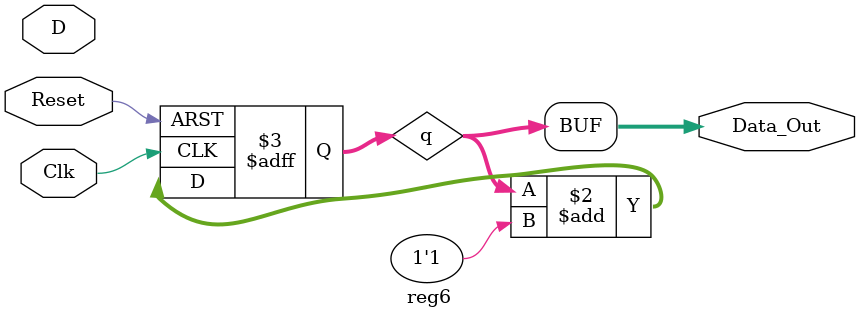
<source format=sv>
module reg6(input Clk, Reset,
				input [5:0] D,
				output logic [5:0] Data_Out
				);
		logic [5:0] q;
		 assign Data_Out = q;			 
	always_ff @ (posedge Clk or posedge Reset)
    begin
		
	 	 if (Reset)
			  q <= 6'd0;
		 else begin
				q<= q + 1'b1;
		 end
		
			
		end
  endmodule
/*module reg16(input  logic Clk, Reset, Load,
              input  logic [15:0]  D,
              output logic [15:0]  Data_Out);
				  
				  logic [15:0] q;
				  assign Data_Out = q;
always_ff @ (posedge Clk or posedge Reset)
    begin
		
	 	 if (Reset)
			  q <= 16'h0;
		 else if (Load)
			  q <= D;
		 else
			q <= Data_Out;
			
    end

endmodule*/
</source>
